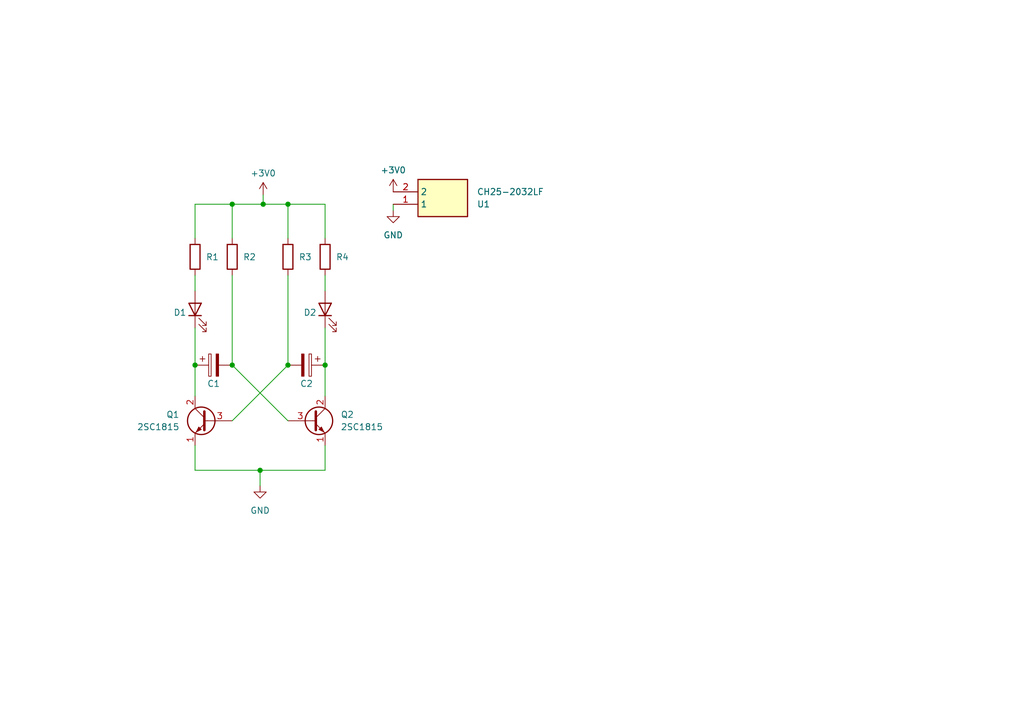
<source format=kicad_sch>
(kicad_sch (version 20250114) (generator "eeschema") (generator_version "9.0")
  (paper "A5")
  (lib_symbols
    (symbol "CH25-2032LF:CH25-2032LF"
      (property "Reference" "U" (at 16.51 7.62 0))
      (property "Value" "CH25-2032LF" (at 16.51 5.08 0))
      (symbol "CH25-2032LF_1_1"
        (rectangle (start 5.08 2.54) (end 15.24 -5.08) (stroke (width 0.254)) (fill (type background)))
        (pin passive line (at 0 0 0) (length 5.08) (name "1") (number "1"))
        (pin passive line (at 0 -2.54 0) (length 5.08) (name "2") (number "2"))
      )
    )
    (symbol "Device:C_Polarized" (pin_numbers (hide yes)) (pin_names (offset 0.254))
      (property "Reference" "C" (at 0.635 2.54 0))
      (property "Value" "C_Polarized" (at 0.635 -2.54 0))
      (symbol "C_Polarized_0_1"
        (rectangle (start -2.286 0.508) (end 2.286 1.016))
        (polyline (pts (xy -1.778 2.286) (xy -0.762 2.286)))
        (polyline (pts (xy -1.27 2.794) (xy -1.27 1.778)))
        (rectangle (start 2.286 -0.508) (end -2.286 -1.016) (fill (type outline)))
      )
      (symbol "C_Polarized_1_1"
        (pin passive line (at 0 3.81 270) (length 2.794) (name "~") (number "1"))
        (pin passive line (at 0 -3.81 90) (length 2.794) (name "~") (number "2"))
      )
    )
    (symbol "Device:LED" (pin_numbers (hide yes)) (pin_names (offset 1.016) (hide yes))
      (property "Reference" "D" (at 0 2.54 0))
      (property "Value" "LED" (at 0 -2.54 0))
      (symbol "LED_0_1"
        (polyline (pts (xy -3.048 -0.762) (xy -4.572 -2.286) (xy -3.81 -2.286) (xy -4.572 -2.286) (xy -4.572 -1.524)))
        (polyline (pts (xy -1.778 -0.762) (xy -3.302 -2.286) (xy -2.54 -2.286) (xy -3.302 -2.286) (xy -3.302 -1.524)))
        (polyline (pts (xy -1.27 0) (xy 1.27 0)))
        (polyline (pts (xy -1.27 -1.27) (xy -1.27 1.27)) (stroke (width 0.254)))
        (polyline (pts (xy 1.27 -1.27) (xy 1.27 1.27) (xy -1.27 0) (xy 1.27 -1.27)) (stroke (width 0.254)))
      )
      (symbol "LED_1_1"
        (pin passive line (at -3.81 0 0) (length 2.54) (name "K") (number "1"))
        (pin passive line (at 3.81 0 180) (length 2.54) (name "A") (number "2"))
      )
    )
    (symbol "Device:R" (pin_numbers (hide yes)) (pin_names (offset 0))
      (property "Reference" "R" (at 2.032 0 90))
      (property "Value" "R" (at 0 0 90))
      (symbol "R_0_1"
        (rectangle (start -1.016 -2.54) (end 1.016 2.54) (stroke (width 0.254)))
      )
      (symbol "R_1_1"
        (pin passive line (at 0 3.81 270) (length 1.27) (name "~") (number "1"))
        (pin passive line (at 0 -3.81 90) (length 1.27) (name "~") (number "2"))
      )
    )
    (symbol "Transistor_BJT:2SC1815" (pin_names (offset 0) (hide yes))
      (property "Reference" "Q" (at 5.08 1.905 0))
      (property "Value" "2SC1815" (at 5.08 0 0))
      (symbol "2SC1815_0_1"
        (polyline (pts (xy 0 0) (xy 0.508 0)))
        (polyline (pts (xy 0.635 1.905) (xy 0.635 -1.905) (xy 0.635 -1.905)) (stroke (width 0.508)))
        (polyline (pts (xy 0.635 0.635) (xy 2.54 2.54)))
        (polyline (pts (xy 0.635 -0.635) (xy 2.54 -2.54) (xy 2.54 -2.54)))
        (circle (center 1.27 0) (radius 2.8194) (stroke (width 0.254)))
        (polyline (pts (xy 1.27 -1.778) (xy 1.778 -1.27) (xy 2.286 -2.286) (xy 1.27 -1.778) (xy 1.27 -1.778)) (fill (type outline)))
      )
      (symbol "2SC1815_1_1"
        (pin input line (at -5.08 0 0) (length 5.08) (name "B") (number "3"))
        (pin passive line (at 2.54 5.08 270) (length 2.54) (name "C") (number "2"))
        (pin passive line (at 2.54 -5.08 90) (length 2.54) (name "E") (number "1"))
      )
    )
    (symbol "power:+3V0" (power) (pin_names (offset 0))
      (property "Value" "+3V0" (at 0 3.556 0))
      (symbol "+3V0_0_1"
        (polyline (pts (xy -0.762 1.27) (xy 0 2.54)))
        (polyline (pts (xy 0 2.54) (xy 0.762 1.27)))
        (polyline (pts (xy 0 0) (xy 0 2.54)))
      )
      (symbol "+3V0_1_1"
        (pin power_in line (at 0 0 90) (length 0) (hide yes) (name "+3V0") (number "1"))
      )
    )
    (symbol "power:GND" (power) (pin_names (offset 0))
      (property "Value" "GND" (at 0 -3.81 0))
      (symbol "GND_0_1"
        (polyline (pts (xy 0 0) (xy 0 -1.27) (xy 1.27 -1.27) (xy 0 -2.54) (xy -1.27 -1.27) (xy 0 -1.27)))
      )
      (symbol "GND_1_1"
        (pin power_in line (at 0 0 270) (length 0) (hide yes) (name "GND") (number "1"))
      )
    )
  )
  (junction (at 47.625 41.91))
  (junction (at 53.34 96.52))
  (junction (at 53.975 41.91))
  (junction (at 59.055 74.93))
  (junction (at 47.625 74.93))
  (junction (at 66.675 74.93))
  (junction (at 59.055 41.91))
  (junction (at 40.005 74.93))
  (wire (pts (xy 53.34 99.695) (xy 53.34 96.52)))
  (wire (pts (xy 40.005 67.31) (xy 40.005 74.93)))
  (wire (pts (xy 66.675 91.44) (xy 66.675 96.52)))
  (wire (pts (xy 59.055 56.515) (xy 59.055 74.93)))
  (wire (pts (xy 66.675 41.91) (xy 66.675 48.895)))
  (wire (pts (xy 80.645 41.91) (xy 80.645 43.18)))
  (wire (pts (xy 59.055 41.91) (xy 66.675 41.91)))
  (wire (pts (xy 47.625 74.93) (xy 59.055 86.36)))
  (wire (pts (xy 47.625 41.91) (xy 53.975 41.91)))
  (wire (pts (xy 47.625 56.515) (xy 47.625 74.93)))
  (wire (pts (xy 40.005 96.52) (xy 53.34 96.52)))
  (wire (pts (xy 40.005 48.895) (xy 40.005 41.91)))
  (wire (pts (xy 59.055 41.91) (xy 59.055 48.895)))
  (wire (pts (xy 66.675 56.515) (xy 66.675 59.69)))
  (wire (pts (xy 53.34 96.52) (xy 66.675 96.52)))
  (wire (pts (xy 40.005 74.93) (xy 40.005 81.28)))
  (wire (pts (xy 53.975 41.91) (xy 59.055 41.91)))
  (wire (pts (xy 40.005 56.515) (xy 40.005 59.69)))
  (wire (pts (xy 40.005 91.44) (xy 40.005 96.52)))
  (wire (pts (xy 59.055 74.93) (xy 47.625 86.36)))
  (wire (pts (xy 47.625 41.91) (xy 47.625 48.895)))
  (wire (pts (xy 66.675 74.93) (xy 66.675 81.28)))
  (wire (pts (xy 53.975 40.005) (xy 53.975 41.91)))
  (wire (pts (xy 40.005 41.91) (xy 47.625 41.91)))
  (wire (pts (xy 66.675 67.31) (xy 66.675 74.93)))
  (symbol (lib_id "CH25-2032LF:CH25-2032LF") (at 80.645 41.91 0) (mirror x) (unit 1)
    (property "Reference" "U1" (at 97.79 41.91 0) (effects (justify left)))
    (property "Value" "CH25-2032LF" (at 97.79 39.37 0) (effects (justify left)))
    (property "Footprint" "CH25-2032LF:CH252032LF" (effects (hide yes)))
    (property "Datasheet" "http://www.farnell.com/datasheets/1505855.pdf" (effects (hide yes)))
    (property "Height" "5" (effects (hide yes)))
    (property "Manufacturer_Name" "Multicomp Pro" (effects (hide yes)))
    (property "Manufacturer_Part_Number" "CH25-2032LF" (effects (hide yes)))
  )
  (symbol (lib_id "Device:R") (at 66.675 52.705 0) (unit 1)
    (property "Reference" "R4" (at 68.8804 52.7489 0) (effects (justify left)))
    (property "Value" "R" (effects (hide yes)))
    (property "Footprint" "Resistor_THT:R_Axial_DIN0207_L6.3mm_D2.5mm_P10.16mm_Horizontal" (effects (hide yes)))
  )
  (symbol (lib_id "Device:C_Polarized") (at 43.815 74.93 90) (mirror x) (unit 1)
    (property "Reference" "C1" (at 43.815 78.74 90))
    (property "Value" "C_Polarized" (effects (hide yes)))
    (property "Footprint" "Capacitor_THT:CP_Radial_D6.3mm_P2.50mm" (effects (hide yes)))
  )
  (symbol (lib_id "Device:R") (at 59.055 52.705 0) (unit 1)
    (property "Reference" "R3" (at 61.2604 52.7489 0) (effects (justify left)))
    (property "Value" "R" (effects (hide yes)))
    (property "Footprint" "Resistor_THT:R_Axial_DIN0207_L6.3mm_D2.5mm_P10.16mm_Horizontal" (effects (hide yes)))
  )
  (symbol (lib_id "Device:R") (at 40.005 52.705 0) (unit 1)
    (property "Reference" "R1" (at 42.2104 52.7489 0) (effects (justify left)))
    (property "Value" "R" (effects (hide yes)))
    (property "Footprint" "Resistor_THT:R_Axial_DIN0207_L6.3mm_D2.5mm_P10.16mm_Horizontal" (effects (hide yes)))
  )
  (symbol (lib_id "Transistor_BJT:2SC1815") (at 64.135 86.36 0) (unit 1)
    (property "Reference" "Q2" (at 69.85 85.09 0) (effects (justify left)))
    (property "Value" "2SC1815" (at 69.85 87.63 0) (effects (justify left)))
    (property "Footprint" "Package_TO_SOT_THT:TO-92_Inline" (effects (hide yes)))
    (property "Datasheet" "https://media.digikey.com/pdf/Data%20Sheets/Toshiba%20PDFs/2SC1815.pdf" (effects (hide yes)))
  )
  (symbol (lib_id "Device:LED") (at 40.005 63.5 90) (unit 1)
    (property "Reference" "D1" (at 35.56 64.135 90) (effects (justify right)))
    (property "Value" "LED" (effects (hide yes)))
    (property "Footprint" "LED_THT:LED_D5.0mm" (effects (hide yes)))
  )
  (symbol (lib_id "Transistor_BJT:2SC1815") (at 42.545 86.36 0) (mirror y) (unit 1)
    (property "Reference" "Q1" (at 36.83 85.09 0) (effects (justify left)))
    (property "Value" "2SC1815" (at 36.83 87.63 0) (effects (justify left)))
    (property "Footprint" "Package_TO_SOT_THT:TO-92_Inline" (effects (hide yes)))
    (property "Datasheet" "https://media.digikey.com/pdf/Data%20Sheets/Toshiba%20PDFs/2SC1815.pdf" (effects (hide yes)))
  )
  (symbol (lib_id "Device:R") (at 47.625 52.705 0) (unit 1)
    (property "Reference" "R2" (at 49.8304 52.7489 0) (effects (justify left)))
    (property "Value" "R" (effects (hide yes)))
    (property "Footprint" "Resistor_THT:R_Axial_DIN0207_L6.3mm_D2.5mm_P10.16mm_Horizontal" (effects (hide yes)))
  )
  (symbol (lib_id "Device:C_Polarized") (at 62.865 74.93 270) (unit 1)
    (property "Reference" "C2" (at 62.865 78.74 90))
    (property "Value" "C_Polarized" (effects (hide yes)))
    (property "Footprint" "Capacitor_THT:CP_Radial_D6.3mm_P2.50mm" (effects (hide yes)))
  )
  (symbol (lib_id "power:+3V0") (at 53.975 40.005 0) (unit 1)
    (property "Reference" "#PWR01" (effects (hide yes)))
    (property "Value" "+3V0" (at 53.975 35.56 0))
  )
  (symbol (lib_id "power:+3V0") (at 80.645 39.37 0) (unit 1)
    (property "Reference" "#PWR06" (effects (hide yes)))
    (property "Value" "+3V0" (at 80.645 34.925 0))
  )
  (symbol (lib_id "power:GND") (at 53.34 99.695 0) (unit 1)
    (property "Reference" "#PWR02" (effects (hide yes)))
    (property "Value" "GND" (at 53.34 104.775 0))
  )
  (symbol (lib_id "Device:LED") (at 66.675 63.5 90) (unit 1)
    (property "Reference" "D2" (at 62.23 64.135 90) (effects (justify right)))
    (property "Value" "LED" (effects (hide yes)))
    (property "Footprint" "LED_THT:LED_D5.0mm" (effects (hide yes)))
  )
  (symbol (lib_id "power:GND") (at 80.645 43.18 0) (unit 1)
    (property "Reference" "#PWR04" (effects (hide yes)))
    (property "Value" "GND" (at 80.645 48.26 0))
  )
)
</source>
